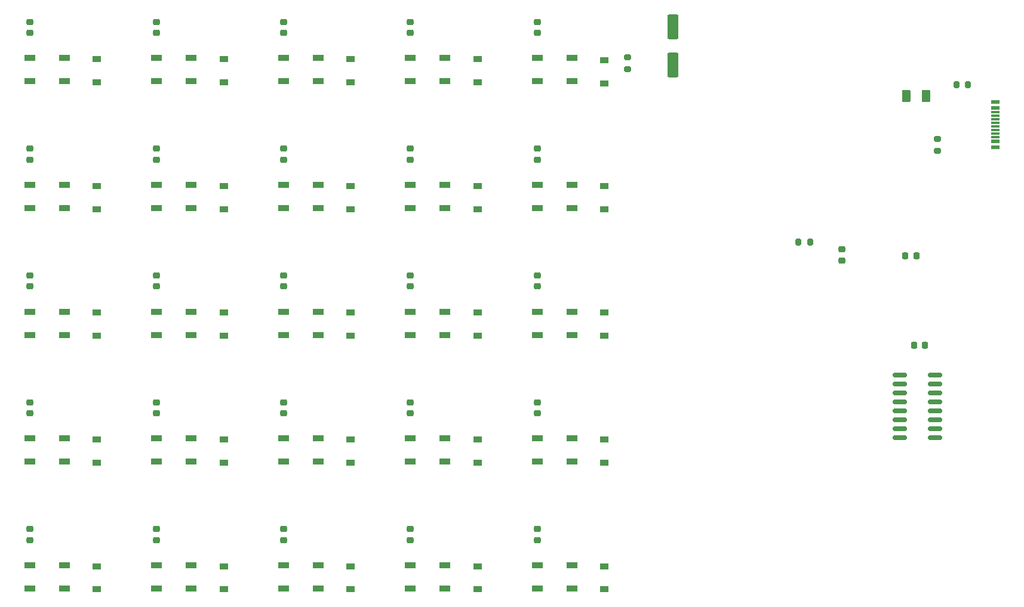
<source format=gtp>
G04 #@! TF.GenerationSoftware,KiCad,Pcbnew,9.0.4*
G04 #@! TF.CreationDate,2025-10-26T21:25:07+02:00*
G04 #@! TF.ProjectId,ResumeCard,52657375-6d65-4436-9172-642e6b696361,rev?*
G04 #@! TF.SameCoordinates,Original*
G04 #@! TF.FileFunction,Paste,Top*
G04 #@! TF.FilePolarity,Positive*
%FSLAX46Y46*%
G04 Gerber Fmt 4.6, Leading zero omitted, Abs format (unit mm)*
G04 Created by KiCad (PCBNEW 9.0.4) date 2025-10-26 21:25:07*
%MOMM*%
%LPD*%
G01*
G04 APERTURE LIST*
G04 Aperture macros list*
%AMRoundRect*
0 Rectangle with rounded corners*
0 $1 Rounding radius*
0 $2 $3 $4 $5 $6 $7 $8 $9 X,Y pos of 4 corners*
0 Add a 4 corners polygon primitive as box body*
4,1,4,$2,$3,$4,$5,$6,$7,$8,$9,$2,$3,0*
0 Add four circle primitives for the rounded corners*
1,1,$1+$1,$2,$3*
1,1,$1+$1,$4,$5*
1,1,$1+$1,$6,$7*
1,1,$1+$1,$8,$9*
0 Add four rect primitives between the rounded corners*
20,1,$1+$1,$2,$3,$4,$5,0*
20,1,$1+$1,$4,$5,$6,$7,0*
20,1,$1+$1,$6,$7,$8,$9,0*
20,1,$1+$1,$8,$9,$2,$3,0*%
G04 Aperture macros list end*
%ADD10RoundRect,0.090000X-0.660000X-0.360000X0.660000X-0.360000X0.660000X0.360000X-0.660000X0.360000X0*%
%ADD11R,1.220000X0.910000*%
%ADD12RoundRect,0.225000X-0.250000X0.225000X-0.250000X-0.225000X0.250000X-0.225000X0.250000X0.225000X0*%
%ADD13RoundRect,0.250000X0.550000X-1.500000X0.550000X1.500000X-0.550000X1.500000X-0.550000X-1.500000X0*%
%ADD14RoundRect,0.200000X0.275000X-0.200000X0.275000X0.200000X-0.275000X0.200000X-0.275000X-0.200000X0*%
%ADD15C,0.010000*%
%ADD16R,1.300000X0.600000*%
%ADD17R,1.300000X0.300000*%
%ADD18RoundRect,0.200000X-0.200000X-0.275000X0.200000X-0.275000X0.200000X0.275000X-0.200000X0.275000X0*%
%ADD19RoundRect,0.250000X-0.375000X-0.625000X0.375000X-0.625000X0.375000X0.625000X-0.375000X0.625000X0*%
%ADD20RoundRect,0.225000X0.250000X-0.225000X0.250000X0.225000X-0.250000X0.225000X-0.250000X-0.225000X0*%
%ADD21RoundRect,0.225000X0.225000X0.250000X-0.225000X0.250000X-0.225000X-0.250000X0.225000X-0.250000X0*%
%ADD22RoundRect,0.200000X0.200000X0.275000X-0.200000X0.275000X-0.200000X-0.275000X0.200000X-0.275000X0*%
%ADD23RoundRect,0.200000X-0.275000X0.200000X-0.275000X-0.200000X0.275000X-0.200000X0.275000X0.200000X0*%
%ADD24RoundRect,0.150000X-0.825000X-0.150000X0.825000X-0.150000X0.825000X0.150000X-0.825000X0.150000X0*%
G04 APERTURE END LIST*
D10*
G04 #@! TO.C,D24*
X68550000Y15650000D03*
X68550000Y12350000D03*
X73450000Y12350000D03*
X73450000Y15650000D03*
G04 #@! TD*
G04 #@! TO.C,D22*
X32550000Y15650000D03*
X32550000Y12350000D03*
X37450000Y12350000D03*
X37450000Y15650000D03*
G04 #@! TD*
G04 #@! TO.C,D18*
X50550000Y33650000D03*
X50550000Y30350000D03*
X55450000Y30350000D03*
X55450000Y33650000D03*
G04 #@! TD*
G04 #@! TO.C,D4*
X68550000Y87650000D03*
X68550000Y84350000D03*
X73450000Y84350000D03*
X73450000Y87650000D03*
G04 #@! TD*
G04 #@! TO.C,D17*
X32550000Y33650000D03*
X32550000Y30350000D03*
X37450000Y30350000D03*
X37450000Y33650000D03*
G04 #@! TD*
G04 #@! TO.C,D8*
X50550000Y69650000D03*
X50550000Y66350000D03*
X55450000Y66350000D03*
X55450000Y69650000D03*
G04 #@! TD*
G04 #@! TO.C,D3*
X50550000Y87650000D03*
X50550000Y84350000D03*
X55450000Y84350000D03*
X55450000Y87650000D03*
G04 #@! TD*
G04 #@! TO.C,D12*
X32550000Y51650000D03*
X32550000Y48350000D03*
X37450000Y48350000D03*
X37450000Y51650000D03*
G04 #@! TD*
G04 #@! TO.C,D25*
X86550000Y15650000D03*
X86550000Y12350000D03*
X91450000Y12350000D03*
X91450000Y15650000D03*
G04 #@! TD*
G04 #@! TO.C,D7*
X32550000Y69650000D03*
X32550000Y66350000D03*
X37450000Y66350000D03*
X37450000Y69650000D03*
G04 #@! TD*
G04 #@! TO.C,D13*
X50550000Y51650000D03*
X50550000Y48350000D03*
X55450000Y48350000D03*
X55450000Y51650000D03*
G04 #@! TD*
G04 #@! TO.C,D9*
X68550000Y69650000D03*
X68550000Y66350000D03*
X73450000Y66350000D03*
X73450000Y69650000D03*
G04 #@! TD*
G04 #@! TO.C,D2*
X32550000Y87650000D03*
X32550000Y84350000D03*
X37450000Y84350000D03*
X37450000Y87650000D03*
G04 #@! TD*
G04 #@! TO.C,D6*
X14550000Y69650000D03*
X14550000Y66350000D03*
X19450000Y66350000D03*
X19450000Y69650000D03*
G04 #@! TD*
G04 #@! TO.C,D21*
X14550000Y15650000D03*
X14550000Y12350000D03*
X19450000Y12350000D03*
X19450000Y15650000D03*
G04 #@! TD*
G04 #@! TO.C,D19*
X68550000Y33650000D03*
X68550000Y30350000D03*
X73450000Y30350000D03*
X73450000Y33650000D03*
G04 #@! TD*
G04 #@! TO.C,D1*
X14550000Y87650000D03*
X14550000Y84350000D03*
X19450000Y84350000D03*
X19450000Y87650000D03*
G04 #@! TD*
G04 #@! TO.C,D10*
X86550000Y69650000D03*
X86550000Y66350000D03*
X91450000Y66350000D03*
X91450000Y69650000D03*
G04 #@! TD*
G04 #@! TO.C,D11*
X14550000Y51650000D03*
X14550000Y48350000D03*
X19450000Y48350000D03*
X19450000Y51650000D03*
G04 #@! TD*
G04 #@! TO.C,D16*
X14550000Y33650000D03*
X14550000Y30350000D03*
X19450000Y30350000D03*
X19450000Y33650000D03*
G04 #@! TD*
G04 #@! TO.C,D15*
X86550000Y51650000D03*
X86550000Y48350000D03*
X91450000Y48350000D03*
X91450000Y51650000D03*
G04 #@! TD*
G04 #@! TO.C,D23*
X50550000Y15650000D03*
X50550000Y12350000D03*
X55450000Y12350000D03*
X55450000Y15650000D03*
G04 #@! TD*
G04 #@! TO.C,D14*
X68550000Y51650000D03*
X68550000Y48350000D03*
X73450000Y48350000D03*
X73450000Y51650000D03*
G04 #@! TD*
G04 #@! TO.C,D5*
X86550000Y87650000D03*
X86550000Y84350000D03*
X91450000Y84350000D03*
X91450000Y87650000D03*
G04 #@! TD*
G04 #@! TO.C,D20*
X86550000Y33650000D03*
X86550000Y30350000D03*
X91450000Y30350000D03*
X91450000Y33650000D03*
G04 #@! TD*
D11*
G04 #@! TO.C,D46*
X24075000Y87490000D03*
X24075000Y84210000D03*
G04 #@! TD*
G04 #@! TO.C,D45*
X96025000Y33490000D03*
X96025000Y30210000D03*
G04 #@! TD*
G04 #@! TO.C,D42*
X96025000Y87315000D03*
X96025000Y84035000D03*
G04 #@! TD*
G04 #@! TO.C,D43*
X96025000Y69490000D03*
X96025000Y66210000D03*
G04 #@! TD*
G04 #@! TO.C,D50*
X96025000Y15490000D03*
X96025000Y12210000D03*
G04 #@! TD*
G04 #@! TO.C,D35*
X60050000Y51490000D03*
X60050000Y48210000D03*
G04 #@! TD*
G04 #@! TO.C,D34*
X60050000Y69490000D03*
X60050000Y66210000D03*
G04 #@! TD*
G04 #@! TO.C,D31*
X42062500Y51490000D03*
X42062500Y48210000D03*
G04 #@! TD*
G04 #@! TO.C,D27*
X24075000Y51490000D03*
X24075000Y48210000D03*
G04 #@! TD*
G04 #@! TO.C,D29*
X24075000Y15490000D03*
X24075000Y12210000D03*
G04 #@! TD*
G04 #@! TO.C,D28*
X24075000Y33490000D03*
X24075000Y30210000D03*
G04 #@! TD*
G04 #@! TO.C,D40*
X78037500Y33490000D03*
X78037500Y30210000D03*
G04 #@! TD*
G04 #@! TO.C,D39*
X78037500Y51490000D03*
X78037500Y48210000D03*
G04 #@! TD*
G04 #@! TO.C,D44*
X96025000Y51490000D03*
X96025000Y48210000D03*
G04 #@! TD*
G04 #@! TO.C,D37*
X60050000Y15490000D03*
X60050000Y12210000D03*
G04 #@! TD*
G04 #@! TO.C,D26*
X24075000Y69490000D03*
X24075000Y66210000D03*
G04 #@! TD*
G04 #@! TO.C,D47*
X42062500Y87490000D03*
X42062500Y84210000D03*
G04 #@! TD*
G04 #@! TO.C,D48*
X60050000Y87490000D03*
X60050000Y84210000D03*
G04 #@! TD*
G04 #@! TO.C,D33*
X42062500Y15490000D03*
X42062500Y12210000D03*
G04 #@! TD*
G04 #@! TO.C,D36*
X60050000Y33490000D03*
X60050000Y30210000D03*
G04 #@! TD*
G04 #@! TO.C,D49*
X78037500Y87490000D03*
X78037500Y84210000D03*
G04 #@! TD*
G04 #@! TO.C,D38*
X78037500Y69490000D03*
X78037500Y66210000D03*
G04 #@! TD*
G04 #@! TO.C,D41*
X78037500Y15490000D03*
X78037500Y12210000D03*
G04 #@! TD*
G04 #@! TO.C,D32*
X42062500Y33490000D03*
X42062500Y30210000D03*
G04 #@! TD*
D12*
G04 #@! TO.C,C9*
X68550000Y74775000D03*
X68550000Y73225000D03*
G04 #@! TD*
G04 #@! TO.C,C19*
X68550000Y38775000D03*
X68550000Y37225000D03*
G04 #@! TD*
G04 #@! TO.C,C22*
X32550000Y20775000D03*
X32550000Y19225000D03*
G04 #@! TD*
D13*
G04 #@! TO.C,C26*
X105750000Y86700000D03*
X105750000Y92100000D03*
G04 #@! TD*
D12*
G04 #@! TO.C,C23*
X50550000Y20775000D03*
X50550000Y19225000D03*
G04 #@! TD*
G04 #@! TO.C,C5*
X86550000Y92775000D03*
X86550000Y91225000D03*
G04 #@! TD*
G04 #@! TO.C,C24*
X68550000Y20775000D03*
X68550000Y19225000D03*
G04 #@! TD*
D14*
G04 #@! TO.C,R2*
X99350000Y86075000D03*
X99350000Y87725000D03*
G04 #@! TD*
D12*
G04 #@! TO.C,C7*
X32550000Y74775000D03*
X32550000Y73225000D03*
G04 #@! TD*
G04 #@! TO.C,C10*
X86550000Y74775000D03*
X86550000Y73225000D03*
G04 #@! TD*
G04 #@! TO.C,C20*
X86550000Y38775000D03*
X86550000Y37225000D03*
G04 #@! TD*
G04 #@! TO.C,C21*
X14550000Y20775000D03*
X14550000Y19225000D03*
G04 #@! TD*
D15*
G04 #@! TO.C,J1*
X150100000Y73170000D03*
D16*
X151440000Y75000000D03*
D15*
X150270000Y73560000D03*
D16*
X151440000Y75800000D03*
D17*
X151440000Y76950000D03*
X151440000Y77950000D03*
X151440000Y78450000D03*
X151440000Y79450000D03*
D16*
X151440000Y81400000D03*
X151440000Y80600000D03*
D17*
X151440000Y79950000D03*
X151440000Y78950000D03*
X151440000Y77450000D03*
X151440000Y76450000D03*
G04 #@! TD*
D12*
G04 #@! TO.C,C16*
X14550000Y38775000D03*
X14550000Y37225000D03*
G04 #@! TD*
D18*
G04 #@! TO.C,R4*
X145975000Y83900000D03*
X147625000Y83900000D03*
G04 #@! TD*
D19*
G04 #@! TO.C,F1*
X138850000Y82250000D03*
X141650000Y82250000D03*
G04 #@! TD*
D12*
G04 #@! TO.C,C8*
X50550000Y74775000D03*
X50550000Y73225000D03*
G04 #@! TD*
G04 #@! TO.C,C3*
X50550000Y92775000D03*
X50550000Y91225000D03*
G04 #@! TD*
D20*
G04 #@! TO.C,C28*
X129700000Y58925000D03*
X129700000Y60475000D03*
G04 #@! TD*
D12*
G04 #@! TO.C,C14*
X68550000Y56775000D03*
X68550000Y55225000D03*
G04 #@! TD*
D21*
G04 #@! TO.C,C29*
X140275000Y59600000D03*
X138725000Y59600000D03*
G04 #@! TD*
D12*
G04 #@! TO.C,C17*
X32550000Y38775000D03*
X32550000Y37225000D03*
G04 #@! TD*
G04 #@! TO.C,C13*
X50550000Y56775000D03*
X50550000Y55225000D03*
G04 #@! TD*
D22*
G04 #@! TO.C,R1*
X125200000Y61500000D03*
X123550000Y61500000D03*
G04 #@! TD*
D12*
G04 #@! TO.C,C2*
X32550000Y92775000D03*
X32550000Y91225000D03*
G04 #@! TD*
D23*
G04 #@! TO.C,R3*
X143300000Y76125000D03*
X143300000Y74475000D03*
G04 #@! TD*
D12*
G04 #@! TO.C,C12*
X32550000Y56775000D03*
X32550000Y55225000D03*
G04 #@! TD*
G04 #@! TO.C,C6*
X14550000Y74775000D03*
X14550000Y73225000D03*
G04 #@! TD*
G04 #@! TO.C,C18*
X50550000Y38775000D03*
X50550000Y37225000D03*
G04 #@! TD*
G04 #@! TO.C,C25*
X86550000Y20775000D03*
X86550000Y19225000D03*
G04 #@! TD*
D24*
G04 #@! TO.C,U2*
X137950000Y42670000D03*
X137950000Y41400000D03*
X137950000Y40130000D03*
X137950000Y38860000D03*
X137950000Y37590000D03*
X137950000Y36320000D03*
X137950000Y35050000D03*
X137950000Y33780000D03*
X142900000Y33780000D03*
X142900000Y35050000D03*
X142900000Y36320000D03*
X142900000Y37590000D03*
X142900000Y38860000D03*
X142900000Y40130000D03*
X142900000Y41400000D03*
X142900000Y42670000D03*
G04 #@! TD*
D12*
G04 #@! TO.C,C1*
X14550000Y92775000D03*
X14550000Y91225000D03*
G04 #@! TD*
D21*
G04 #@! TO.C,C30*
X141500000Y46900000D03*
X139950000Y46900000D03*
G04 #@! TD*
D12*
G04 #@! TO.C,C15*
X86550000Y56775000D03*
X86550000Y55225000D03*
G04 #@! TD*
G04 #@! TO.C,C4*
X68550000Y92775000D03*
X68550000Y91225000D03*
G04 #@! TD*
G04 #@! TO.C,C11*
X14550000Y56775000D03*
X14550000Y55225000D03*
G04 #@! TD*
D11*
G04 #@! TO.C,D30*
X42062500Y69490000D03*
X42062500Y66210000D03*
G04 #@! TD*
M02*

</source>
